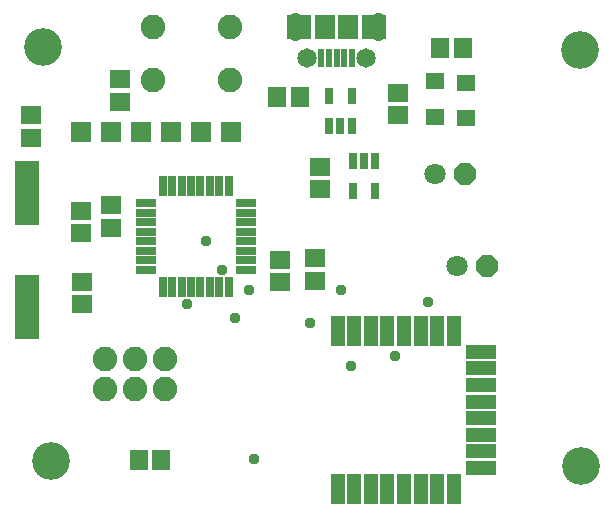
<source format=gbr>
G04 EAGLE Gerber RS-274X export*
G75*
%MOMM*%
%FSLAX34Y34*%
%LPD*%
%INSoldermask Top*%
%IPPOS*%
%AMOC8*
5,1,8,0,0,1.08239X$1,22.5*%
G01*
%ADD10R,1.703200X1.503200*%
%ADD11C,3.203200*%
%ADD12R,1.703200X0.803200*%
%ADD13R,0.803200X1.703200*%
%ADD14C,2.082800*%
%ADD15R,2.133600X5.537200*%
%ADD16R,1.733200X1.733200*%
%ADD17R,1.203200X2.653200*%
%ADD18R,2.653200X1.203200*%
%ADD19R,1.503200X1.703200*%
%ADD20R,0.803200X1.403200*%
%ADD21C,1.653200*%
%ADD22R,0.603200X1.553200*%
%ADD23R,1.703200X2.103200*%
%ADD24R,2.003200X2.103200*%
%ADD25C,1.311200*%
%ADD26R,0.762000X1.473200*%
%ADD27P,1.951982X8X22.500000*%
%ADD28C,1.803400*%
%ADD29R,1.603200X1.403200*%
%ADD30C,0.959600*%


D10*
X78170Y244300D03*
X78170Y263300D03*
X78590Y203130D03*
X78590Y184130D03*
X111230Y355530D03*
X111230Y374530D03*
D11*
X500140Y398940D03*
X45840Y401660D03*
D12*
X132580Y269320D03*
X132580Y261320D03*
X132580Y253320D03*
X132580Y245320D03*
X132580Y237320D03*
X132580Y229320D03*
X132580Y221320D03*
X132580Y213320D03*
D13*
X147080Y198820D03*
X155080Y198820D03*
X163080Y198820D03*
X171080Y198820D03*
X179080Y198820D03*
X187080Y198820D03*
X195080Y198820D03*
X203080Y198820D03*
D12*
X217580Y213320D03*
X217580Y221320D03*
X217580Y229320D03*
X217580Y237320D03*
X217580Y245320D03*
X217580Y253320D03*
X217580Y261320D03*
X217580Y269320D03*
D13*
X203080Y283820D03*
X195080Y283820D03*
X187080Y283820D03*
X179080Y283820D03*
X171080Y283820D03*
X163080Y283820D03*
X155080Y283820D03*
X147080Y283820D03*
D14*
X98340Y137840D03*
X98340Y112440D03*
X123740Y137840D03*
X123740Y112440D03*
X149140Y137840D03*
X149140Y112440D03*
D15*
X32400Y277990D03*
X32400Y181470D03*
D10*
X35900Y343900D03*
X35900Y324900D03*
D14*
X204212Y373444D03*
X139188Y373444D03*
X204212Y418656D03*
X139188Y418656D03*
D16*
X204600Y329400D03*
X179200Y329400D03*
X153800Y329400D03*
X128400Y329400D03*
X103000Y329400D03*
X77600Y329400D03*
D11*
X52450Y51340D03*
X501550Y47360D03*
D17*
X295400Y27550D03*
X309400Y27550D03*
X323400Y27550D03*
X337400Y27550D03*
X351400Y27550D03*
X365400Y27550D03*
X379400Y27550D03*
X393400Y27550D03*
D18*
X416350Y45600D03*
X416350Y59600D03*
X416350Y73600D03*
X416350Y87600D03*
X416350Y101600D03*
X416350Y115600D03*
X416350Y129600D03*
X416350Y143600D03*
D17*
X393400Y161650D03*
X379400Y161650D03*
X365400Y161650D03*
X351400Y161650D03*
X337400Y161650D03*
X323400Y161650D03*
X309400Y161650D03*
X295400Y161650D03*
D19*
X126600Y52200D03*
X145600Y52200D03*
D10*
X103000Y267700D03*
X103000Y248700D03*
X246400Y221700D03*
X246400Y202700D03*
D20*
X327100Y305200D03*
X317600Y305200D03*
X308100Y305200D03*
X308100Y280200D03*
X327100Y280200D03*
D10*
X280500Y281200D03*
X280500Y300200D03*
X275700Y222800D03*
X275700Y203800D03*
D21*
X319300Y392100D03*
X269300Y392100D03*
D22*
X307300Y392350D03*
X300800Y392350D03*
X294300Y392350D03*
X287800Y392350D03*
X281300Y392350D03*
D23*
X304300Y419100D03*
X284300Y419100D03*
D24*
X326300Y419100D03*
X262300Y419100D03*
D25*
X329300Y424640D02*
X329300Y413560D01*
X259300Y413560D02*
X259300Y424640D01*
D26*
X288202Y334546D03*
X297600Y334546D03*
X306998Y334546D03*
X306998Y360454D03*
X288202Y360454D03*
D27*
X403200Y294500D03*
D28*
X377800Y294500D03*
D27*
X421400Y216500D03*
D28*
X396000Y216500D03*
D10*
X346300Y363200D03*
X346300Y344200D03*
D19*
X263200Y359200D03*
X244200Y359200D03*
D29*
X378000Y372700D03*
X378000Y342700D03*
X404100Y341300D03*
X404100Y371300D03*
D19*
X401200Y400900D03*
X382200Y400900D03*
D30*
X272000Y168000D03*
X298000Y196000D03*
X372000Y186000D03*
X220027Y196024D03*
X344043Y140018D03*
X168021Y184023D03*
X197358Y213360D03*
X208026Y172687D03*
X224028Y53340D03*
X306705Y132017D03*
X184023Y237363D03*
M02*

</source>
